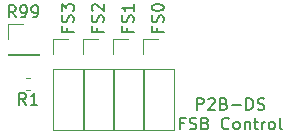
<source format=gbr>
%TF.GenerationSoftware,KiCad,Pcbnew,(5.1.6)-1*%
%TF.CreationDate,2020-11-11T17:13:27-05:00*%
%TF.ProjectId,P2B-DS_FSB,5032422d-4453-45f4-9653-422e6b696361,rev?*%
%TF.SameCoordinates,Original*%
%TF.FileFunction,Legend,Top*%
%TF.FilePolarity,Positive*%
%FSLAX46Y46*%
G04 Gerber Fmt 4.6, Leading zero omitted, Abs format (unit mm)*
G04 Created by KiCad (PCBNEW (5.1.6)-1) date 2020-11-11 17:13:27*
%MOMM*%
%LPD*%
G01*
G04 APERTURE LIST*
%ADD10C,0.150000*%
%ADD11C,0.120000*%
G04 APERTURE END LIST*
D10*
X151852666Y-103767380D02*
X151852666Y-102767380D01*
X152233619Y-102767380D01*
X152328857Y-102815000D01*
X152376476Y-102862619D01*
X152424095Y-102957857D01*
X152424095Y-103100714D01*
X152376476Y-103195952D01*
X152328857Y-103243571D01*
X152233619Y-103291190D01*
X151852666Y-103291190D01*
X152805047Y-102862619D02*
X152852666Y-102815000D01*
X152947904Y-102767380D01*
X153186000Y-102767380D01*
X153281238Y-102815000D01*
X153328857Y-102862619D01*
X153376476Y-102957857D01*
X153376476Y-103053095D01*
X153328857Y-103195952D01*
X152757428Y-103767380D01*
X153376476Y-103767380D01*
X154138380Y-103243571D02*
X154281238Y-103291190D01*
X154328857Y-103338809D01*
X154376476Y-103434047D01*
X154376476Y-103576904D01*
X154328857Y-103672142D01*
X154281238Y-103719761D01*
X154186000Y-103767380D01*
X153805047Y-103767380D01*
X153805047Y-102767380D01*
X154138380Y-102767380D01*
X154233619Y-102815000D01*
X154281238Y-102862619D01*
X154328857Y-102957857D01*
X154328857Y-103053095D01*
X154281238Y-103148333D01*
X154233619Y-103195952D01*
X154138380Y-103243571D01*
X153805047Y-103243571D01*
X154805047Y-103386428D02*
X155566952Y-103386428D01*
X156043142Y-103767380D02*
X156043142Y-102767380D01*
X156281238Y-102767380D01*
X156424095Y-102815000D01*
X156519333Y-102910238D01*
X156566952Y-103005476D01*
X156614571Y-103195952D01*
X156614571Y-103338809D01*
X156566952Y-103529285D01*
X156519333Y-103624523D01*
X156424095Y-103719761D01*
X156281238Y-103767380D01*
X156043142Y-103767380D01*
X156995523Y-103719761D02*
X157138380Y-103767380D01*
X157376476Y-103767380D01*
X157471714Y-103719761D01*
X157519333Y-103672142D01*
X157566952Y-103576904D01*
X157566952Y-103481666D01*
X157519333Y-103386428D01*
X157471714Y-103338809D01*
X157376476Y-103291190D01*
X157186000Y-103243571D01*
X157090761Y-103195952D01*
X157043142Y-103148333D01*
X156995523Y-103053095D01*
X156995523Y-102957857D01*
X157043142Y-102862619D01*
X157090761Y-102815000D01*
X157186000Y-102767380D01*
X157424095Y-102767380D01*
X157566952Y-102815000D01*
X150757428Y-104893571D02*
X150424095Y-104893571D01*
X150424095Y-105417380D02*
X150424095Y-104417380D01*
X150900285Y-104417380D01*
X151233619Y-105369761D02*
X151376476Y-105417380D01*
X151614571Y-105417380D01*
X151709809Y-105369761D01*
X151757428Y-105322142D01*
X151805047Y-105226904D01*
X151805047Y-105131666D01*
X151757428Y-105036428D01*
X151709809Y-104988809D01*
X151614571Y-104941190D01*
X151424095Y-104893571D01*
X151328857Y-104845952D01*
X151281238Y-104798333D01*
X151233619Y-104703095D01*
X151233619Y-104607857D01*
X151281238Y-104512619D01*
X151328857Y-104465000D01*
X151424095Y-104417380D01*
X151662190Y-104417380D01*
X151805047Y-104465000D01*
X152566952Y-104893571D02*
X152709809Y-104941190D01*
X152757428Y-104988809D01*
X152805047Y-105084047D01*
X152805047Y-105226904D01*
X152757428Y-105322142D01*
X152709809Y-105369761D01*
X152614571Y-105417380D01*
X152233619Y-105417380D01*
X152233619Y-104417380D01*
X152566952Y-104417380D01*
X152662190Y-104465000D01*
X152709809Y-104512619D01*
X152757428Y-104607857D01*
X152757428Y-104703095D01*
X152709809Y-104798333D01*
X152662190Y-104845952D01*
X152566952Y-104893571D01*
X152233619Y-104893571D01*
X154566952Y-105322142D02*
X154519333Y-105369761D01*
X154376476Y-105417380D01*
X154281238Y-105417380D01*
X154138380Y-105369761D01*
X154043142Y-105274523D01*
X153995523Y-105179285D01*
X153947904Y-104988809D01*
X153947904Y-104845952D01*
X153995523Y-104655476D01*
X154043142Y-104560238D01*
X154138380Y-104465000D01*
X154281238Y-104417380D01*
X154376476Y-104417380D01*
X154519333Y-104465000D01*
X154566952Y-104512619D01*
X155138380Y-105417380D02*
X155043142Y-105369761D01*
X154995523Y-105322142D01*
X154947904Y-105226904D01*
X154947904Y-104941190D01*
X154995523Y-104845952D01*
X155043142Y-104798333D01*
X155138380Y-104750714D01*
X155281238Y-104750714D01*
X155376476Y-104798333D01*
X155424095Y-104845952D01*
X155471714Y-104941190D01*
X155471714Y-105226904D01*
X155424095Y-105322142D01*
X155376476Y-105369761D01*
X155281238Y-105417380D01*
X155138380Y-105417380D01*
X155900285Y-104750714D02*
X155900285Y-105417380D01*
X155900285Y-104845952D02*
X155947904Y-104798333D01*
X156043142Y-104750714D01*
X156186000Y-104750714D01*
X156281238Y-104798333D01*
X156328857Y-104893571D01*
X156328857Y-105417380D01*
X156662190Y-104750714D02*
X157043142Y-104750714D01*
X156805047Y-104417380D02*
X156805047Y-105274523D01*
X156852666Y-105369761D01*
X156947904Y-105417380D01*
X157043142Y-105417380D01*
X157376476Y-105417380D02*
X157376476Y-104750714D01*
X157376476Y-104941190D02*
X157424095Y-104845952D01*
X157471714Y-104798333D01*
X157566952Y-104750714D01*
X157662190Y-104750714D01*
X158138380Y-105417380D02*
X158043142Y-105369761D01*
X157995523Y-105322142D01*
X157947904Y-105226904D01*
X157947904Y-104941190D01*
X157995523Y-104845952D01*
X158043142Y-104798333D01*
X158138380Y-104750714D01*
X158281238Y-104750714D01*
X158376476Y-104798333D01*
X158424095Y-104845952D01*
X158471714Y-104941190D01*
X158471714Y-105226904D01*
X158424095Y-105322142D01*
X158376476Y-105369761D01*
X158281238Y-105417380D01*
X158138380Y-105417380D01*
X159043142Y-105417380D02*
X158947904Y-105369761D01*
X158900285Y-105274523D01*
X158900285Y-104417380D01*
D11*
%TO.C,FS0*%
X147260000Y-97730000D02*
X148590000Y-97730000D01*
X147260000Y-99060000D02*
X147260000Y-97730000D01*
X147260000Y-100330000D02*
X149920000Y-100330000D01*
X149920000Y-100330000D02*
X149920000Y-105470000D01*
X147260000Y-100330000D02*
X147260000Y-105470000D01*
X147260000Y-105470000D02*
X149920000Y-105470000D01*
%TO.C,FS1*%
X144720000Y-105470000D02*
X147380000Y-105470000D01*
X144720000Y-100330000D02*
X144720000Y-105470000D01*
X147380000Y-100330000D02*
X147380000Y-105470000D01*
X144720000Y-100330000D02*
X147380000Y-100330000D01*
X144720000Y-99060000D02*
X144720000Y-97730000D01*
X144720000Y-97730000D02*
X146050000Y-97730000D01*
%TO.C,FS2*%
X142180000Y-97730000D02*
X143510000Y-97730000D01*
X142180000Y-99060000D02*
X142180000Y-97730000D01*
X142180000Y-100330000D02*
X144840000Y-100330000D01*
X144840000Y-100330000D02*
X144840000Y-105470000D01*
X142180000Y-100330000D02*
X142180000Y-105470000D01*
X142180000Y-105470000D02*
X144840000Y-105470000D01*
%TO.C,FS3*%
X139640000Y-105470000D02*
X142300000Y-105470000D01*
X139640000Y-100330000D02*
X139640000Y-105470000D01*
X142300000Y-100330000D02*
X142300000Y-105470000D01*
X139640000Y-100330000D02*
X142300000Y-100330000D01*
X139640000Y-99060000D02*
X139640000Y-97730000D01*
X139640000Y-97730000D02*
X140970000Y-97730000D01*
%TO.C,R1*%
X137383733Y-101090000D02*
X137726267Y-101090000D01*
X137383733Y-102110000D02*
X137726267Y-102110000D01*
%TO.C,R99*%
X135830000Y-99120000D02*
X138490000Y-99120000D01*
X135830000Y-99060000D02*
X135830000Y-99120000D01*
X138490000Y-99060000D02*
X138490000Y-99120000D01*
X135830000Y-99060000D02*
X138490000Y-99060000D01*
X135830000Y-97790000D02*
X135830000Y-96460000D01*
X135830000Y-96460000D02*
X137160000Y-96460000D01*
%TO.C,FS0*%
D10*
X148518571Y-96809523D02*
X148518571Y-97142857D01*
X149042380Y-97142857D02*
X148042380Y-97142857D01*
X148042380Y-96666666D01*
X148994761Y-96333333D02*
X149042380Y-96190476D01*
X149042380Y-95952380D01*
X148994761Y-95857142D01*
X148947142Y-95809523D01*
X148851904Y-95761904D01*
X148756666Y-95761904D01*
X148661428Y-95809523D01*
X148613809Y-95857142D01*
X148566190Y-95952380D01*
X148518571Y-96142857D01*
X148470952Y-96238095D01*
X148423333Y-96285714D01*
X148328095Y-96333333D01*
X148232857Y-96333333D01*
X148137619Y-96285714D01*
X148090000Y-96238095D01*
X148042380Y-96142857D01*
X148042380Y-95904761D01*
X148090000Y-95761904D01*
X148042380Y-95142857D02*
X148042380Y-95047619D01*
X148090000Y-94952380D01*
X148137619Y-94904761D01*
X148232857Y-94857142D01*
X148423333Y-94809523D01*
X148661428Y-94809523D01*
X148851904Y-94857142D01*
X148947142Y-94904761D01*
X148994761Y-94952380D01*
X149042380Y-95047619D01*
X149042380Y-95142857D01*
X148994761Y-95238095D01*
X148947142Y-95285714D01*
X148851904Y-95333333D01*
X148661428Y-95380952D01*
X148423333Y-95380952D01*
X148232857Y-95333333D01*
X148137619Y-95285714D01*
X148090000Y-95238095D01*
X148042380Y-95142857D01*
%TO.C,FS1*%
X145978571Y-96809523D02*
X145978571Y-97142857D01*
X146502380Y-97142857D02*
X145502380Y-97142857D01*
X145502380Y-96666666D01*
X146454761Y-96333333D02*
X146502380Y-96190476D01*
X146502380Y-95952380D01*
X146454761Y-95857142D01*
X146407142Y-95809523D01*
X146311904Y-95761904D01*
X146216666Y-95761904D01*
X146121428Y-95809523D01*
X146073809Y-95857142D01*
X146026190Y-95952380D01*
X145978571Y-96142857D01*
X145930952Y-96238095D01*
X145883333Y-96285714D01*
X145788095Y-96333333D01*
X145692857Y-96333333D01*
X145597619Y-96285714D01*
X145550000Y-96238095D01*
X145502380Y-96142857D01*
X145502380Y-95904761D01*
X145550000Y-95761904D01*
X146502380Y-94809523D02*
X146502380Y-95380952D01*
X146502380Y-95095238D02*
X145502380Y-95095238D01*
X145645238Y-95190476D01*
X145740476Y-95285714D01*
X145788095Y-95380952D01*
%TO.C,FS2*%
X143438571Y-96809523D02*
X143438571Y-97142857D01*
X143962380Y-97142857D02*
X142962380Y-97142857D01*
X142962380Y-96666666D01*
X143914761Y-96333333D02*
X143962380Y-96190476D01*
X143962380Y-95952380D01*
X143914761Y-95857142D01*
X143867142Y-95809523D01*
X143771904Y-95761904D01*
X143676666Y-95761904D01*
X143581428Y-95809523D01*
X143533809Y-95857142D01*
X143486190Y-95952380D01*
X143438571Y-96142857D01*
X143390952Y-96238095D01*
X143343333Y-96285714D01*
X143248095Y-96333333D01*
X143152857Y-96333333D01*
X143057619Y-96285714D01*
X143010000Y-96238095D01*
X142962380Y-96142857D01*
X142962380Y-95904761D01*
X143010000Y-95761904D01*
X143057619Y-95380952D02*
X143010000Y-95333333D01*
X142962380Y-95238095D01*
X142962380Y-95000000D01*
X143010000Y-94904761D01*
X143057619Y-94857142D01*
X143152857Y-94809523D01*
X143248095Y-94809523D01*
X143390952Y-94857142D01*
X143962380Y-95428571D01*
X143962380Y-94809523D01*
%TO.C,FS3*%
X140898571Y-96809523D02*
X140898571Y-97142857D01*
X141422380Y-97142857D02*
X140422380Y-97142857D01*
X140422380Y-96666666D01*
X141374761Y-96333333D02*
X141422380Y-96190476D01*
X141422380Y-95952380D01*
X141374761Y-95857142D01*
X141327142Y-95809523D01*
X141231904Y-95761904D01*
X141136666Y-95761904D01*
X141041428Y-95809523D01*
X140993809Y-95857142D01*
X140946190Y-95952380D01*
X140898571Y-96142857D01*
X140850952Y-96238095D01*
X140803333Y-96285714D01*
X140708095Y-96333333D01*
X140612857Y-96333333D01*
X140517619Y-96285714D01*
X140470000Y-96238095D01*
X140422380Y-96142857D01*
X140422380Y-95904761D01*
X140470000Y-95761904D01*
X140422380Y-95428571D02*
X140422380Y-94809523D01*
X140803333Y-95142857D01*
X140803333Y-95000000D01*
X140850952Y-94904761D01*
X140898571Y-94857142D01*
X140993809Y-94809523D01*
X141231904Y-94809523D01*
X141327142Y-94857142D01*
X141374761Y-94904761D01*
X141422380Y-95000000D01*
X141422380Y-95285714D01*
X141374761Y-95380952D01*
X141327142Y-95428571D01*
%TO.C,R1*%
X137388333Y-103322380D02*
X137055000Y-102846190D01*
X136816904Y-103322380D02*
X136816904Y-102322380D01*
X137197857Y-102322380D01*
X137293095Y-102370000D01*
X137340714Y-102417619D01*
X137388333Y-102512857D01*
X137388333Y-102655714D01*
X137340714Y-102750952D01*
X137293095Y-102798571D01*
X137197857Y-102846190D01*
X136816904Y-102846190D01*
X138340714Y-103322380D02*
X137769285Y-103322380D01*
X138055000Y-103322380D02*
X138055000Y-102322380D01*
X137959761Y-102465238D01*
X137864523Y-102560476D01*
X137769285Y-102608095D01*
%TO.C,R99*%
X136517142Y-95912380D02*
X136183809Y-95436190D01*
X135945714Y-95912380D02*
X135945714Y-94912380D01*
X136326666Y-94912380D01*
X136421904Y-94960000D01*
X136469523Y-95007619D01*
X136517142Y-95102857D01*
X136517142Y-95245714D01*
X136469523Y-95340952D01*
X136421904Y-95388571D01*
X136326666Y-95436190D01*
X135945714Y-95436190D01*
X136993333Y-95912380D02*
X137183809Y-95912380D01*
X137279047Y-95864761D01*
X137326666Y-95817142D01*
X137421904Y-95674285D01*
X137469523Y-95483809D01*
X137469523Y-95102857D01*
X137421904Y-95007619D01*
X137374285Y-94960000D01*
X137279047Y-94912380D01*
X137088571Y-94912380D01*
X136993333Y-94960000D01*
X136945714Y-95007619D01*
X136898095Y-95102857D01*
X136898095Y-95340952D01*
X136945714Y-95436190D01*
X136993333Y-95483809D01*
X137088571Y-95531428D01*
X137279047Y-95531428D01*
X137374285Y-95483809D01*
X137421904Y-95436190D01*
X137469523Y-95340952D01*
X137945714Y-95912380D02*
X138136190Y-95912380D01*
X138231428Y-95864761D01*
X138279047Y-95817142D01*
X138374285Y-95674285D01*
X138421904Y-95483809D01*
X138421904Y-95102857D01*
X138374285Y-95007619D01*
X138326666Y-94960000D01*
X138231428Y-94912380D01*
X138040952Y-94912380D01*
X137945714Y-94960000D01*
X137898095Y-95007619D01*
X137850476Y-95102857D01*
X137850476Y-95340952D01*
X137898095Y-95436190D01*
X137945714Y-95483809D01*
X138040952Y-95531428D01*
X138231428Y-95531428D01*
X138326666Y-95483809D01*
X138374285Y-95436190D01*
X138421904Y-95340952D01*
%TD*%
M02*

</source>
